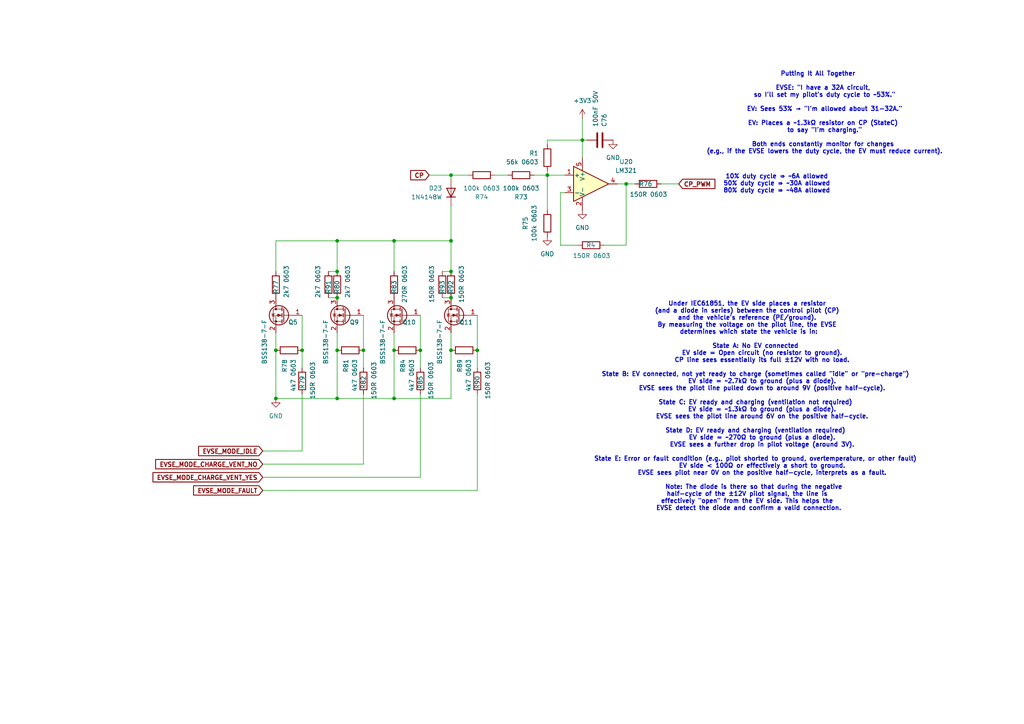
<source format=kicad_sch>
(kicad_sch (version 20250114) (generator "eeschema") (generator_version "9.0")
  (paper "A4")
  (title_block (title "VehicleMan") (date "2025-03-04") (rev "0") (company "©CC-BY-NC"))
  (lib_symbols
    (symbol "Amplifier_Operational:LM321" (pin_names (offset 0.127))
      (property "Reference" "U" (at 0 7.62 0))
      (property "Value" "LM321" (at 0 5.08 0))
      (symbol "LM321_0_1"
        (polyline (pts (xy -5.08 5.08) (xy 5.08 0) (xy -5.08 -5.08) (xy -5.08 5.08)) (stroke (width 0.254)) (fill (type background)))
      )
      (symbol "LM321_1_1"
        (pin input line (at -7.62 2.54 0) (length 2.54) (name "+") (number "1"))
        (pin input line (at -7.62 -2.54 0) (length 2.54) (name "-") (number "3"))
        (pin power_in line (at -2.54 7.62 270) (length 3.81) (name "V+") (number "5"))
        (pin power_in line (at -2.54 -7.62 90) (length 3.81) (name "V-") (number "2"))
        (pin output line (at 7.62 0 180) (length 2.54) (name "~") (number "4"))
      )
    )
    (symbol "Device:C" (pin_numbers (hide yes)) (pin_names (offset 0.254))
      (property "Reference" "C" (at 0.635 2.54 0))
      (property "Value" "C" (at 0.635 -2.54 0))
      (symbol "C_0_1"
        (polyline (pts (xy -2.032 0.762) (xy 2.032 0.762)) (stroke (width 0.508)))
        (polyline (pts (xy -2.032 -0.762) (xy 2.032 -0.762)) (stroke (width 0.508)))
      )
      (symbol "C_1_1"
        (pin passive line (at 0 3.81 270) (length 2.794) (name "~") (number "1"))
        (pin passive line (at 0 -3.81 90) (length 2.794) (name "~") (number "2"))
      )
    )
    (symbol "Device:R" (pin_numbers (hide yes)) (pin_names (offset 0))
      (property "Reference" "R" (at 2.032 0 90))
      (property "Value" "R" (at 0 0 90))
      (symbol "R_0_1"
        (rectangle (start -1.016 -2.54) (end 1.016 2.54) (stroke (width 0.254)))
      )
      (symbol "R_1_1"
        (pin passive line (at 0 3.81 270) (length 1.27) (name "~") (number "1"))
        (pin passive line (at 0 -3.81 90) (length 1.27) (name "~") (number "2"))
      )
    )
    (symbol "Diode:1N4148" (pin_numbers (hide yes)) (pin_names (hide yes))
      (property "Reference" "D" (at 0 2.54 0))
      (property "Value" "1N4148" (at 0 -2.54 0))
      (symbol "1N4148_0_1"
        (polyline (pts (xy -1.27 1.27) (xy -1.27 -1.27)) (stroke (width 0.254)))
        (polyline (pts (xy 1.27 1.27) (xy 1.27 -1.27) (xy -1.27 0) (xy 1.27 1.27)) (stroke (width 0.254)))
        (polyline (pts (xy 1.27 0) (xy -1.27 0)))
      )
      (symbol "1N4148_1_1"
        (pin passive line (at -3.81 0 0) (length 2.54) (name "K") (number "1"))
        (pin passive line (at 3.81 0 180) (length 2.54) (name "A") (number "2"))
      )
    )
    (symbol "Transistor_FET:BSS138" (pin_names (hide yes))
      (property "Reference" "Q" (at 5.08 1.905 0))
      (property "Value" "BSS138" (at 5.08 0 0))
      (symbol "BSS138_0_1"
        (polyline (pts (xy 0.254 1.905) (xy 0.254 -1.905)) (stroke (width 0.254)))
        (polyline (pts (xy 0.254 0) (xy -2.54 0)))
        (polyline (pts (xy 0.762 2.286) (xy 0.762 1.27)) (stroke (width 0.254)))
        (polyline (pts (xy 0.762 0.508) (xy 0.762 -0.508)) (stroke (width 0.254)))
        (polyline (pts (xy 0.762 -1.27) (xy 0.762 -2.286)) (stroke (width 0.254)))
        (polyline (pts (xy 0.762 -1.778) (xy 3.302 -1.778) (xy 3.302 1.778) (xy 0.762 1.778)))
        (polyline (pts (xy 1.016 0) (xy 2.032 0.381) (xy 2.032 -0.381) (xy 1.016 0)) (fill (type outline)))
        (circle (center 1.651 0) (radius 2.794) (stroke (width 0.254)))
        (polyline (pts (xy 2.54 2.54) (xy 2.54 1.778)))
        (circle (center 2.54 1.778) (radius 0.254) (fill (type outline)))
        (circle (center 2.54 -1.778) (radius 0.254) (fill (type outline)))
        (polyline (pts (xy 2.54 -2.54) (xy 2.54 0) (xy 0.762 0)))
        (polyline (pts (xy 2.794 0.508) (xy 2.921 0.381) (xy 3.683 0.381) (xy 3.81 0.254)))
        (polyline (pts (xy 3.302 0.381) (xy 2.921 -0.254) (xy 3.683 -0.254) (xy 3.302 0.381)))
      )
      (symbol "BSS138_1_1"
        (pin input line (at -5.08 0 0) (length 2.54) (name "G") (number "1"))
        (pin passive line (at 2.54 5.08 270) (length 2.54) (name "D") (number "3"))
        (pin passive line (at 2.54 -5.08 90) (length 2.54) (name "S") (number "2"))
      )
    )
    (symbol "power:+3V3" (power) (pin_numbers (hide yes)) (pin_names (offset 0) (hide yes))
      (property "Value" "+3V3" (at 0 3.556 0))
      (symbol "+3V3_0_1"
        (polyline (pts (xy -0.762 1.27) (xy 0 2.54)))
        (polyline (pts (xy 0 2.54) (xy 0.762 1.27)))
        (polyline (pts (xy 0 0) (xy 0 2.54)))
      )
      (symbol "+3V3_1_1"
        (pin power_in line (at 0 0 90) (length 0) (name "~") (number "1"))
      )
    )
    (symbol "power:GND" (power) (pin_numbers (hide yes)) (pin_names (offset 0) (hide yes))
      (property "Value" "GND" (at 0 -3.81 0))
      (symbol "GND_0_1"
        (polyline (pts (xy 0 0) (xy 0 -1.27) (xy 1.27 -1.27) (xy 0 -2.54) (xy -1.27 -1.27) (xy 0 -1.27)))
      )
      (symbol "GND_1_1"
        (pin power_in line (at 0 0 270) (length 0) (name "~") (number "1"))
      )
    )
  )
  (text "Under IEC 61851, the EV side places a resistor \n(and a diode in series) between the control pilot (CP) \nand the vehicle's reference (PE/ground). \nBy measuring the voltage on the pilot line, the EVSE \ndetermines which state the vehicle is in:\n\n    State A: No EV connected\n        EV side = Open circuit (no resistor to ground).\n        CP line sees essentially its full ±12 V with no load.\n\n    State B: EV connected, not yet ready to charge (sometimes called \"idle\" or \"pre-charge\")\n        EV side = ~2.7 kΩ to ground (plus a diode).\n        EVSE sees the pilot line pulled down to around 9 V (positive half-cycle).\n\n    State C: EV ready and charging (ventilation not required)\n        EV side = ~1.3 kΩ to ground (plus a diode).\n        EVSE sees the pilot line around 6 V on the positive half-cycle.\n\n    State D: EV ready and charging (ventilation required)\n        EV side = ~270 Ω to ground (plus a diode).\n        EVSE sees a further drop in pilot voltage (around 3 V).\n\n    State E: Error or fault condition (e.g., pilot shorted to ground, overtemperature, or other fault)\n        EV side < 100 Ω or effectively a short to ground.\n        EVSE sees pilot near 0 V on the positive half-cycle, interprets as a fault.\n\n    Note: The diode is there so that during the negative \nhalf-cycle of the ±12 V pilot signal, the line is \neffectively \"open\" from the EV side. This helps the \nEVSE detect the diode and confirm a valid connection." (at 217.17 117.856 0) (effects (font (size 1.27 1.27) (thickness 0.254) (bold yes))))
  (text "10% duty cycle ⇒ ~6 A allowed\n50% duty cycle ⇒ ~30 A allowed\n80% duty cycle ⇒ ~48 A allowed" (at 225.298 53.34 0) (effects (font (size 1.27 1.27) (thickness 0.254) (bold yes))))
  (text "Putting It All Together\n\n    EVSE: \"I have a 32 A circuit, \n    so I'll set my pilot's duty cycle to ~53%.\"\n\n    EV: Sees 53% → \"I'm allowed about 31-32 A.\"\n\n    EV: Places a ~1.3 kΩ resistor on CP (State C) \n    to say \"I'm charging.\"\n\n    Both ends constantly monitor for changes \n    (e.g., if the EVSE lowers the duty cycle, the EV must reduce current)." (at 237.236 32.766 0) (effects (font (size 1.27 1.27) (thickness 0.254) (bold yes))))
  (junction (at 97.79 115.57))
  (junction (at 97.79 86.36))
  (junction (at 138.43 101.6))
  (junction (at 121.92 101.6))
  (junction (at 130.81 86.36))
  (junction (at 114.3 115.57))
  (junction (at 181.61 53.34))
  (junction (at 114.3 101.6))
  (junction (at 105.41 101.6))
  (junction (at 80.01 101.6))
  (junction (at 130.81 50.8))
  (junction (at 158.75 50.8))
  (junction (at 130.81 78.74))
  (junction (at 97.79 101.6))
  (junction (at 97.79 69.85))
  (junction (at 114.3 69.85))
  (junction (at 130.81 69.85))
  (junction (at 80.01 115.57))
  (junction (at 97.79 78.74))
  (junction (at 168.91 40.64))
  (junction (at 87.63 101.6))
  (junction (at 130.81 101.6))
  (wire (pts (xy 130.81 96.52) (xy 130.81 101.6)))
  (wire (pts (xy 162.56 71.12) (xy 162.56 55.88)))
  (wire (pts (xy 105.41 134.62) (xy 105.41 114.3)))
  (wire (pts (xy 114.3 69.85) (xy 130.81 69.85)))
  (wire (pts (xy 143.51 50.8) (xy 147.32 50.8)))
  (wire (pts (xy 121.92 138.43) (xy 121.92 114.3)))
  (wire (pts (xy 158.75 40.64) (xy 168.91 40.64)))
  (wire (pts (xy 97.79 101.6) (xy 97.79 115.57)))
  (wire (pts (xy 138.43 142.24) (xy 138.43 114.3)))
  (wire (pts (xy 138.43 106.68) (xy 138.43 101.6)))
  (wire (pts (xy 105.41 101.6) (xy 105.41 91.44)))
  (wire (pts (xy 181.61 71.12) (xy 181.61 53.34)))
  (wire (pts (xy 80.01 101.6) (xy 80.01 115.57)))
  (wire (pts (xy 138.43 101.6) (xy 138.43 91.44)))
  (wire (pts (xy 76.2 142.24) (xy 138.43 142.24)))
  (wire (pts (xy 130.81 115.57) (xy 130.81 101.6)))
  (wire (pts (xy 80.01 96.52) (xy 80.01 101.6)))
  (wire (pts (xy 121.92 101.6) (xy 121.92 91.44)))
  (wire (pts (xy 168.91 34.29) (xy 168.91 40.64)))
  (wire (pts (xy 76.2 134.62) (xy 105.41 134.62)))
  (wire (pts (xy 97.79 96.52) (xy 97.79 101.6)))
  (wire (pts (xy 181.61 53.34) (xy 179.07 53.34)))
  (wire (pts (xy 162.56 55.88) (xy 163.83 55.88)))
  (wire (pts (xy 80.01 115.57) (xy 97.79 115.57)))
  (wire (pts (xy 130.81 69.85) (xy 130.81 78.74)))
  (wire (pts (xy 158.75 41.91) (xy 158.75 40.64)))
  (wire (pts (xy 87.63 130.81) (xy 87.63 114.3)))
  (wire (pts (xy 168.91 40.64) (xy 170.18 40.64)))
  (wire (pts (xy 76.2 130.81) (xy 87.63 130.81)))
  (wire (pts (xy 158.75 50.8) (xy 158.75 60.96)))
  (wire (pts (xy 97.79 69.85) (xy 97.79 78.74)))
  (wire (pts (xy 80.01 78.74) (xy 80.01 69.85)))
  (wire (pts (xy 130.81 52.07) (xy 130.81 50.8)))
  (wire (pts (xy 175.26 71.12) (xy 181.61 71.12)))
  (wire (pts (xy 167.64 71.12) (xy 162.56 71.12)))
  (wire (pts (xy 87.63 101.6) (xy 87.63 91.44)))
  (wire (pts (xy 128.27 78.74) (xy 130.81 78.74)))
  (wire (pts (xy 114.3 115.57) (xy 130.81 115.57)))
  (wire (pts (xy 130.81 59.69) (xy 130.81 69.85)))
  (wire (pts (xy 87.63 106.68) (xy 87.63 101.6)))
  (wire (pts (xy 97.79 69.85) (xy 114.3 69.85)))
  (wire (pts (xy 95.25 86.36) (xy 97.79 86.36)))
  (wire (pts (xy 130.81 50.8) (xy 135.89 50.8)))
  (wire (pts (xy 80.01 69.85) (xy 97.79 69.85)))
  (wire (pts (xy 158.75 49.53) (xy 158.75 50.8)))
  (wire (pts (xy 114.3 69.85) (xy 114.3 78.74)))
  (wire (pts (xy 158.75 50.8) (xy 163.83 50.8)))
  (wire (pts (xy 97.79 115.57) (xy 114.3 115.57)))
  (wire (pts (xy 196.85 53.34) (xy 191.77 53.34)))
  (wire (pts (xy 76.2 138.43) (xy 121.92 138.43)))
  (wire (pts (xy 114.3 101.6) (xy 114.3 115.57)))
  (wire (pts (xy 181.61 53.34) (xy 184.15 53.34)))
  (wire (pts (xy 114.3 96.52) (xy 114.3 101.6)))
  (wire (pts (xy 168.91 40.64) (xy 168.91 45.72)))
  (wire (pts (xy 128.27 86.36) (xy 130.81 86.36)))
  (wire (pts (xy 95.25 78.74) (xy 97.79 78.74)))
  (wire (pts (xy 121.92 106.68) (xy 121.92 101.6)))
  (wire (pts (xy 124.46 50.8) (xy 130.81 50.8)))
  (wire (pts (xy 105.41 106.68) (xy 105.41 101.6)))
  (wire (pts (xy 154.94 50.8) (xy 158.75 50.8)))
  (global_label "EVSE_MODE_CHARGE_VENT_YES" (shape input) (at 76.2 138.43 180) (effects (font (thickness 0.254) (bold yes))) (property "Intersheetrefs" "${INTERSHEET_REFS}" (effects (hide yes))))
  (global_label "CP" (shape input) (at 124.46 50.8 180) (effects (font (thickness 0.254) (bold yes))) (property "Intersheetrefs" "${INTERSHEET_REFS}" (effects (hide yes))))
  (global_label "EVSE_MODE_IDLE" (shape input) (at 76.2 130.81 180) (effects (font (thickness 0.254) (bold yes))) (property "Intersheetrefs" "${INTERSHEET_REFS}" (effects (hide yes))))
  (global_label "EVSE_MODE_CHARGE_VENT_NO" (shape input) (at 76.2 134.62 180) (effects (font (thickness 0.254) (bold yes))) (property "Intersheetrefs" "${INTERSHEET_REFS}" (effects (hide yes))))
  (global_label "EVSE_MODE_FAULT" (shape input) (at 76.2 142.24 180) (effects (font (thickness 0.254) (bold yes))) (property "Intersheetrefs" "${INTERSHEET_REFS}" (effects (hide yes))))
  (global_label "CP_PWM" (shape input) (at 196.85 53.34 0) (effects (font (thickness 0.254) (bold yes))) (property "Intersheetrefs" "${INTERSHEET_REFS}" (effects (hide yes))))
  (symbol (lib_id "Device:R") (at 87.63 110.49 0) (mirror x) (unit 1)
    (property "Reference" "R79" (at 87.63 108.966 90) (effects (justify left)))
    (property "Value" "150R 0603" (at 90.678 104.902 90) (effects (justify left)))
    (property "Footprint" "Resistor_SMD:R_0603_1608Metric" (effects (hide yes)))
    (property "Description" "Resistor" (effects (hide yes)))
    (property "LCSC" "C2907103" (effects (hide yes)))
  )
  (symbol (lib_id "Device:R") (at 80.01 82.55 0) (mirror x) (unit 1)
    (property "Reference" "R77" (at 80.01 81.28 90) (effects (justify left)))
    (property "Value" "2k7 0603" (at 83.058 76.962 90) (effects (justify left)))
    (property "Footprint" "Resistor_SMD:R_0603_1608Metric" (effects (hide yes)))
    (property "Description" "Resistor" (effects (hide yes)))
    (property "LCSC" "C13167" (effects (hide yes)))
  )
  (symbol (lib_id "Device:R") (at 151.13 50.8 90) (mirror x) (unit 1)
    (property "Reference" "R73" (at 151.13 57.15 90))
    (property "Value" "100k 0603" (at 151.13 54.61 90))
    (property "Footprint" "Resistor_SMD:R_0603_1608Metric" (effects (hide yes)))
    (property "Description" "Resistor" (effects (hide yes)))
    (property "LCSC" "C14675" (effects (hide yes)))
  )
  (symbol (lib_id "Device:R") (at 187.96 53.34 90) (mirror x) (unit 1)
    (property "Reference" "R76" (at 189.23 53.34 90) (effects (justify left)))
    (property "Value" "150R 0603" (at 193.548 56.388 90) (effects (justify left)))
    (property "Footprint" "Resistor_SMD:R_0603_1608Metric" (effects (hide yes)))
    (property "Description" "Resistor" (effects (hide yes)))
    (property "LCSC" "C2907103" (effects (hide yes)))
  )
  (symbol (lib_id "Device:R") (at 118.11 101.6 90) (mirror x) (unit 1)
    (property "Reference" "R84" (at 116.8399 104.14 0) (effects (justify left)))
    (property "Value" "4k7 0603" (at 119.3799 104.14 0) (effects (justify left)))
    (property "Footprint" "Resistor_SMD:R_0603_1608Metric" (effects (hide yes)))
    (property "Description" "Resistor" (effects (hide yes)))
    (property "LCSC" "C99782" (effects (hide yes)))
  )
  (symbol (lib_id "Device:R") (at 101.6 101.6 90) (mirror x) (unit 1)
    (property "Reference" "R81" (at 100.3299 104.14 0) (effects (justify left)))
    (property "Value" "4k7 0603" (at 102.8699 104.14 0) (effects (justify left)))
    (property "Footprint" "Resistor_SMD:R_0603_1608Metric" (effects (hide yes)))
    (property "Description" "Resistor" (effects (hide yes)))
    (property "LCSC" "C99782" (effects (hide yes)))
  )
  (symbol (lib_id "power:GND") (at 158.75 68.58 0) (unit 1)
    (property "Reference" "#PWR089" (effects (hide yes)))
    (property "Value" "GND" (at 158.75 73.66 0))
    (property "Description" "Power symbol creates a global label with name \"GND\" , ground" (effects (hide yes)))
  )
  (symbol (lib_id "Device:R") (at 95.25 82.55 180) (unit 1)
    (property "Reference" "R91" (at 95.25 81.28 90) (effects (justify left)))
    (property "Value" "2k7 0603" (at 92.202 76.962 90) (effects (justify left)))
    (property "Footprint" "Resistor_SMD:R_0603_1608Metric" (effects (hide yes)))
    (property "Description" "Resistor" (effects (hide yes)))
    (property "LCSC" "C13167" (effects (hide yes)))
  )
  (symbol (lib_id "Device:R") (at 171.45 71.12 90) (mirror x) (unit 1)
    (property "Reference" "R4" (at 172.72 71.12 90) (effects (justify left)))
    (property "Value" "150R 0603" (at 177.038 74.168 90) (effects (justify left)))
    (property "Footprint" "Resistor_SMD:R_0603_1608Metric" (effects (hide yes)))
    (property "Description" "Resistor" (effects (hide yes)))
    (property "LCSC" "C2907103" (effects (hide yes)))
  )
  (symbol (lib_id "power:+3V3") (at 168.91 34.29 0) (unit 1)
    (property "Reference" "#PWR087" (effects (hide yes)))
    (property "Value" "+3V3" (at 168.91 29.21 0))
    (property "Description" "Power symbol creates a global label with name \"+3V3\"" (effects (hide yes)))
  )
  (symbol (lib_id "Device:R") (at 128.27 82.55 180) (unit 1)
    (property "Reference" "R93" (at 128.27 81.28 90) (effects (justify left)))
    (property "Value" "150R 0603" (at 125.222 76.962 90) (effects (justify left)))
    (property "Footprint" "Resistor_SMD:R_0603_1608Metric" (effects (hide yes)))
    (property "Description" "Resistor" (effects (hide yes)))
    (property "LCSC" "C2907103" (effects (hide yes)))
  )
  (symbol (lib_id "Diode:1N4148") (at 130.81 55.88 90) (unit 1)
    (property "Reference" "D23" (at 128.27 54.6099 90) (effects (justify left)))
    (property "Value" "1N4148W" (at 128.27 57.1499 90) (effects (justify left)))
    (property "Footprint" "Diode_SMD:D_SOD-123" (effects (hide yes)))
    (property "Datasheet" "https://assets.nexperia.com/documents/data-sheet/1N4148_1N4448.pdf" (effects (hide yes)))
    (property "Description" "100V 0.15A standard switching diode, DO-35" (effects (hide yes)))
    (property "LCSC" "C917030" (effects (hide yes)))
  )
  (symbol (lib_id "Device:R") (at 139.7 50.8 90) (mirror x) (unit 1)
    (property "Reference" "R74" (at 139.7 57.15 90))
    (property "Value" "100k 0603" (at 139.7 54.61 90))
    (property "Footprint" "Resistor_SMD:R_0603_1608Metric" (effects (hide yes)))
    (property "Description" "Resistor" (effects (hide yes)))
    (property "LCSC" "C14675" (effects (hide yes)))
  )
  (symbol (lib_id "Transistor_FET:BSS138") (at 116.84 91.44 0) (mirror y) (unit 1)
    (property "Reference" "Q10" (at 120.65 93.472 0) (effects (justify left)))
    (property "Value" "BSS138-7-F" (at 110.998 105.664 90) (effects (justify left)))
    (property "Footprint" "Package_TO_SOT_SMD:SOT-23" (effects (hide yes)))
    (property "Datasheet" "https://www.onsemi.com/pub/Collateral/BSS138-D.PDF" (effects (hide yes)))
    (property "Description" "50V Vds, 0.22A Id, N-Channel MOSFET, SOT-23" (effects (hide yes)))
    (property "LCSC" "C40912" (effects (hide yes)))
  )
  (symbol (lib_id "Device:R") (at 121.92 110.49 0) (mirror x) (unit 1)
    (property "Reference" "R85" (at 121.92 108.966 90) (effects (justify left)))
    (property "Value" "150R 0603" (at 124.968 104.902 90) (effects (justify left)))
    (property "Footprint" "Resistor_SMD:R_0603_1608Metric" (effects (hide yes)))
    (property "Description" "Resistor" (effects (hide yes)))
    (property "LCSC" "C2907103" (effects (hide yes)))
  )
  (symbol (lib_id "power:GND") (at 80.01 115.57 0) (unit 1)
    (property "Reference" "#PWR090" (effects (hide yes)))
    (property "Value" "GND" (at 80.01 120.65 0))
    (property "Description" "Power symbol creates a global label with name \"GND\" , ground" (effects (hide yes)))
  )
  (symbol (lib_id "Device:R") (at 158.75 64.77 180) (unit 1)
    (property "Reference" "R75" (at 152.4 64.77 90))
    (property "Value" "100k 0603" (at 154.94 64.77 90))
    (property "Footprint" "Resistor_SMD:R_0603_1608Metric" (effects (hide yes)))
    (property "Description" "Resistor" (effects (hide yes)))
    (property "LCSC" "C14675" (effects (hide yes)))
  )
  (symbol (lib_id "Device:R") (at 134.62 101.6 90) (mirror x) (unit 1)
    (property "Reference" "R89" (at 133.3499 104.14 0) (effects (justify left)))
    (property "Value" "4k7 0603" (at 135.8899 104.14 0) (effects (justify left)))
    (property "Footprint" "Resistor_SMD:R_0603_1608Metric" (effects (hide yes)))
    (property "Description" "Resistor" (effects (hide yes)))
    (property "LCSC" "C99782" (effects (hide yes)))
  )
  (symbol (lib_id "power:GND") (at 168.91 60.96 0) (unit 1)
    (property "Reference" "#PWR088" (effects (hide yes)))
    (property "Value" "GND" (at 168.91 66.04 0))
    (property "Description" "Power symbol creates a global label with name \"GND\" , ground" (effects (hide yes)))
  )
  (symbol (lib_id "Transistor_FET:BSS138") (at 133.35 91.44 0) (mirror y) (unit 1)
    (property "Reference" "Q11" (at 137.16 93.472 0) (effects (justify left)))
    (property "Value" "BSS138-7-F" (at 127.508 105.664 90) (effects (justify left)))
    (property "Footprint" "Package_TO_SOT_SMD:SOT-23" (effects (hide yes)))
    (property "Datasheet" "https://www.onsemi.com/pub/Collateral/BSS138-D.PDF" (effects (hide yes)))
    (property "Description" "50V Vds, 0.22A Id, N-Channel MOSFET, SOT-23" (effects (hide yes)))
    (property "LCSC" "C40912" (effects (hide yes)))
  )
  (symbol (lib_id "Device:R") (at 130.81 82.55 0) (mirror x) (unit 1)
    (property "Reference" "R92" (at 130.81 81.28 90) (effects (justify left)))
    (property "Value" "150R 0603" (at 133.858 76.962 90) (effects (justify left)))
    (property "Footprint" "Resistor_SMD:R_0603_1608Metric" (effects (hide yes)))
    (property "Description" "Resistor" (effects (hide yes)))
    (property "LCSC" "C2907103" (effects (hide yes)))
  )
  (symbol (lib_id "power:GND") (at 177.8 40.64 0) (unit 1)
    (property "Reference" "#PWR085" (effects (hide yes)))
    (property "Value" "GND" (at 177.8 45.72 0))
    (property "Description" "Power symbol creates a global label with name \"GND\" , ground" (effects (hide yes)))
  )
  (symbol (lib_id "Device:R") (at 105.41 110.49 0) (mirror x) (unit 1)
    (property "Reference" "R82" (at 105.41 108.966 90) (effects (justify left)))
    (property "Value" "150R 0603" (at 108.458 104.902 90) (effects (justify left)))
    (property "Footprint" "Resistor_SMD:R_0603_1608Metric" (effects (hide yes)))
    (property "Description" "Resistor" (effects (hide yes)))
    (property "LCSC" "C2907103" (effects (hide yes)))
  )
  (symbol (lib_id "Device:R") (at 83.82 101.6 90) (mirror x) (unit 1)
    (property "Reference" "R78" (at 82.5499 104.14 0) (effects (justify left)))
    (property "Value" "4k7 0603" (at 85.0899 104.14 0) (effects (justify left)))
    (property "Footprint" "Resistor_SMD:R_0603_1608Metric" (effects (hide yes)))
    (property "Description" "Resistor" (effects (hide yes)))
    (property "LCSC" "C99782" (effects (hide yes)))
  )
  (symbol (lib_id "Device:C") (at 173.99 40.64 270) (unit 1)
    (property "Reference" "C76" (at 175.2601 36.83 0) (effects (justify right)))
    (property "Value" "100nF 50V" (at 172.7201 36.83 0) (effects (justify right)))
    (property "Footprint" "Capacitor_SMD:C_0603_1608Metric" (effects (hide yes)))
    (property "Description" "Unpolarized capacitor" (effects (hide yes)))
    (property "LCSC" "C14663" (effects (hide yes)))
  )
  (symbol (lib_id "Amplifier_Operational:LM321") (at 171.45 53.34 0) (unit 1)
    (property "Reference" "U20" (at 181.61 46.9198 0))
    (property "Value" "LM321" (at 181.61 49.4598 0))
    (property "Footprint" "Package_TO_SOT_SMD:SOT-23-5" (effects (hide yes)))
    (property "Datasheet" "http://www.ti.com/lit/ds/symlink/lm321.pdf" (effects (hide yes)))
    (property "Description" "Low Power Single Operational Amplifier, SOT-23-5" (effects (hide yes)))
    (property "LCSC" "C668208" (effects (hide yes)))
  )
  (symbol (lib_id "Transistor_FET:BSS138") (at 82.55 91.44 0) (mirror y) (unit 1)
    (property "Reference" "Q5" (at 86.36 93.472 0) (effects (justify left)))
    (property "Value" "BSS138-7-F" (at 76.708 105.664 90) (effects (justify left)))
    (property "Footprint" "Package_TO_SOT_SMD:SOT-23" (effects (hide yes)))
    (property "Datasheet" "https://www.onsemi.com/pub/Collateral/BSS138-D.PDF" (effects (hide yes)))
    (property "Description" "50V Vds, 0.22A Id, N-Channel MOSFET, SOT-23" (effects (hide yes)))
    (property "LCSC" "C40912" (effects (hide yes)))
  )
  (symbol (lib_id "Device:R") (at 114.3 82.55 0) (mirror x) (unit 1)
    (property "Reference" "R83" (at 114.3 81.28 90) (effects (justify left)))
    (property "Value" "270R 0603" (at 117.348 76.962 90) (effects (justify left)))
    (property "Footprint" "Resistor_SMD:R_0603_1608Metric" (effects (hide yes)))
    (property "Description" "Resistor" (effects (hide yes)))
    (property "LCSC" "C22966" (effects (hide yes)))
  )
  (symbol (lib_id "Transistor_FET:BSS138") (at 100.33 91.44 0) (mirror y) (unit 1)
    (property "Reference" "Q9" (at 104.14 93.472 0) (effects (justify left)))
    (property "Value" "BSS138-7-F" (at 94.488 105.664 90) (effects (justify left)))
    (property "Footprint" "Package_TO_SOT_SMD:SOT-23" (effects (hide yes)))
    (property "Datasheet" "https://www.onsemi.com/pub/Collateral/BSS138-D.PDF" (effects (hide yes)))
    (property "Description" "50V Vds, 0.22A Id, N-Channel MOSFET, SOT-23" (effects (hide yes)))
    (property "LCSC" "C40912" (effects (hide yes)))
  )
  (symbol (lib_id "Device:R") (at 138.43 110.49 0) (mirror x) (unit 1)
    (property "Reference" "R90" (at 138.43 108.966 90) (effects (justify left)))
    (property "Value" "150R 0603" (at 141.478 104.902 90) (effects (justify left)))
    (property "Footprint" "Resistor_SMD:R_0603_1608Metric" (effects (hide yes)))
    (property "Description" "Resistor" (effects (hide yes)))
    (property "LCSC" "C2907103" (effects (hide yes)))
  )
  (symbol (lib_id "Device:R") (at 97.79 82.55 0) (mirror x) (unit 1)
    (property "Reference" "R80" (at 97.79 81.28 90) (effects (justify left)))
    (property "Value" "2k7 0603" (at 100.838 76.962 90) (effects (justify left)))
    (property "Footprint" "Resistor_SMD:R_0603_1608Metric" (effects (hide yes)))
    (property "Description" "Resistor" (effects (hide yes)))
    (property "LCSC" "C13167" (effects (hide yes)))
  )
  (symbol (lib_id "Device:R") (at 158.75 45.72 0) (mirror y) (unit 1)
    (property "Reference" "R1" (at 156.21 44.4499 0) (effects (justify left)))
    (property "Value" "56k 0603" (at 156.21 46.9899 0) (effects (justify left)))
    (property "Footprint" "Resistor_SMD:R_0603_1608Metric" (effects (hide yes)))
    (property "Description" "Resistor" (effects (hide yes)))
    (property "LCSC" "C23206" (effects (hide yes)))
  )
)
</source>
